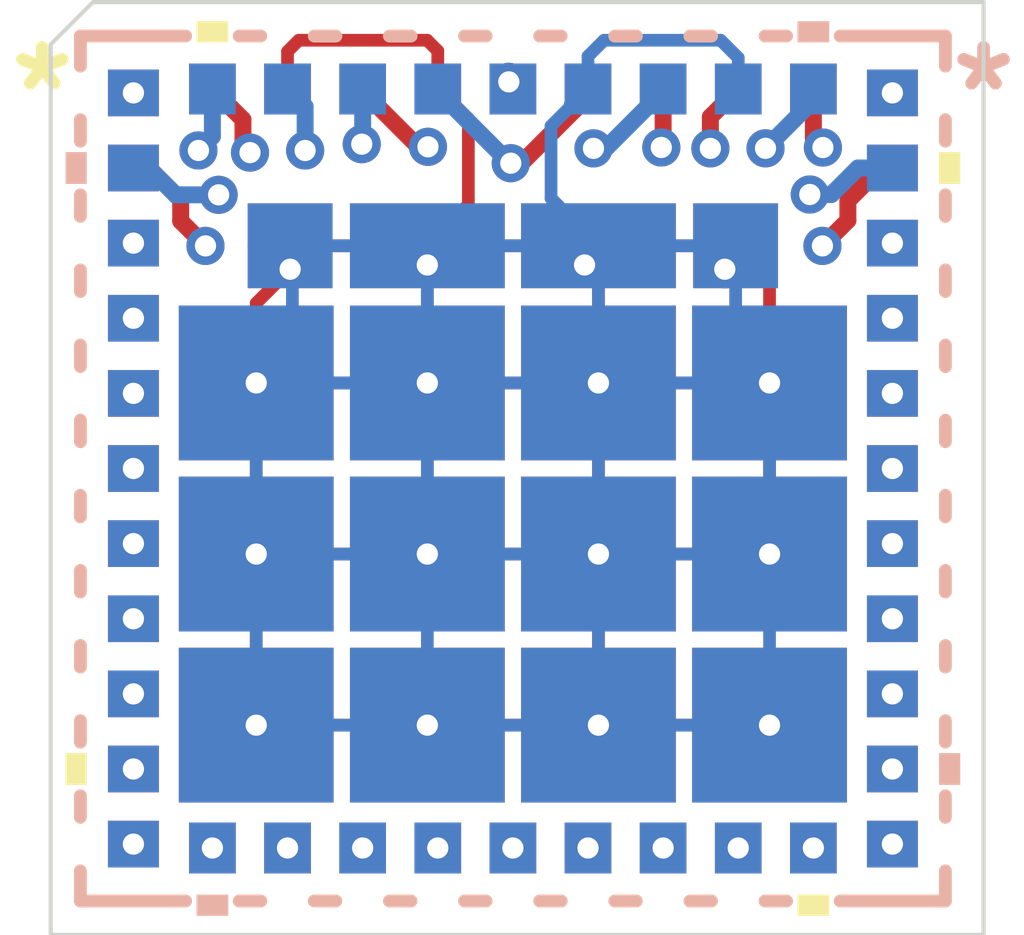
<source format=kicad_pcb>
(kicad_pcb (version 20240108) (generator "pcbnew") (generator_version "8.0")
  (layers (0 "F.Cu" signal) (1 "In1.Cu" signal) (2 "In2.Cu" signal) (31 "B.Cu" signal) (34 "B.Paste" user) (35 "F.Paste" user) (36 "B.SilkS" user "B.Silkscreen") (37 "F.SilkS" user "F.Silkscreen") (38 "B.Mask" user) (39 "F.Mask" user) (44 "Edge.Cuts" user))
  (property "ADDRESS1" "22605 Gateway Center Drive")
  (property "ADDRESS2" "Clarksburg")
  (property "ADDRESS3" "MD")
  (property "ADDRESS4" "USA 20871")
  (property "DOCUMENTNUMBER" "")
  (property "ORGANIZATION" "Thales DSI")
  (property "SHEETTOTAL" "5")
  (net 0 "")
  (net 1 "GND")
  (net 2 "Net-(U1-SCLK)")
  (net 3 "Net-(U1-SDO)")
  (net 4 "Net-(U1-VDD)")
  (net 5 "Net-(U1-~{CS})")
  (net 6 "Net-(U1-RF1)")
  (net 7 "Net-(U1-SDI)")
  (net 8 "Net-(U1-RF2)")
  (net 9 "Net-(U1-SFL)")
  (net 10 "Net-(U1-VSS)")
  (net 11 "Net-(U1-BYP)")
  (net 12 "Net-(U1-~{RST})")
  (footprint "t_BGA:CC-40-12_ADI_X" (layer "F.Cu") (at 103.7082 43.942)
    (property "Reference" "U2" (hide yes))
    (property "Value" "368388-502")
    (fp_line (start -5.1816 -5.1816) (end -5.1816 -4.820434) (stroke (width 0.1524)) (layer "F.SilkS"))
    (fp_line (start -5.1816 -4.179564) (end -5.1816 -3.920435) (stroke (width 0.1524)) (layer "F.SilkS"))
    (fp_line (start -5.1816 -3.279565) (end -5.1816 -3.020435) (stroke (width 0.1524)) (layer "F.SilkS"))
    (fp_line (start -5.1816 -2.379565) (end -5.1816 -2.120434) (stroke (width 0.1524)) (layer "F.SilkS"))
    (fp_line (start -5.1816 -1.479564) (end -5.1816 -1.220436) (stroke (width 0.1524)) (layer "F.SilkS"))
    (fp_line (start -5.1816 -0.579566) (end -5.1816 -0.320435) (stroke (width 0.1524)) (layer "F.SilkS"))
    (fp_line (start -5.1816 0.320435) (end -5.1816 0.579566) (stroke (width 0.1524)) (layer "F.SilkS"))
    (fp_line (start -5.1816 1.220436) (end -5.1816 1.479564) (stroke (width 0.1524)) (layer "F.SilkS"))
    (fp_line (start -5.1816 2.120434) (end -5.1816 2.379565) (stroke (width 0.1524)) (layer "F.SilkS"))
    (fp_line (start -5.1816 3.020435) (end -5.1816 3.279565) (stroke (width 0.1524)) (layer "F.SilkS"))
    (fp_line (start -5.1816 3.920435) (end -5.1816 4.179566) (stroke (width 0.1524)) (layer "F.SilkS"))
    (fp_line (start -5.1816 4.820436) (end -5.1816 5.1816) (stroke (width 0.1524)) (layer "F.SilkS"))
    (fp_line (start -5.1816 5.1816) (end -3.920435 5.1816) (stroke (width 0.1524)) (layer "F.SilkS"))
    (fp_line (start -3.920435 -5.1816) (end -5.1816 -5.1816) (stroke (width 0.1524)) (layer "F.SilkS"))
    (fp_line (start -3.279565 5.1816) (end -3.020435 5.1816) (stroke (width 0.1524)) (layer "F.SilkS"))
    (fp_line (start -3.020435 -5.1816) (end -3.279565 -5.1816) (stroke (width 0.1524)) (layer "F.SilkS"))
    (fp_line (start -2.379565 5.1816) (end -2.120434 5.1816) (stroke (width 0.1524)) (layer "F.SilkS"))
    (fp_line (start -2.120434 -5.1816) (end -2.379565 -5.1816) (stroke (width 0.1524)) (layer "F.SilkS"))
    (fp_line (start -1.479564 5.1816) (end -1.220436 5.1816) (stroke (width 0.1524)) (layer "F.SilkS"))
    (fp_line (start -1.220436 -5.1816) (end -1.479564 -5.1816) (stroke (width 0.1524)) (layer "F.SilkS"))
    (fp_line (start -0.579566 5.1816) (end -0.320435 5.1816) (stroke (width 0.1524)) (layer "F.SilkS"))
    (fp_line (start -0.320435 -5.1816) (end -0.579566 -5.1816) (stroke (width 0.1524)) (layer "F.SilkS"))
    (fp_line (start 0.320435 5.1816) (end 0.579566 5.1816) (stroke (width 0.1524)) (layer "F.SilkS"))
    (fp_line (start 0.579566 -5.1816) (end 0.320435 -5.1816) (stroke (width 0.1524)) (layer "F.SilkS"))
    (fp_line (start 1.220436 5.1816) (end 1.479564 5.1816) (stroke (width 0.1524)) (layer "F.SilkS"))
    (fp_line (start 1.479564 -5.1816) (end 1.220436 -5.1816) (stroke (width 0.1524)) (layer "F.SilkS"))
    (fp_line (start 2.120434 5.1816) (end 2.379565 5.1816) (stroke (width 0.1524)) (layer "F.SilkS"))
    (fp_line (start 2.379565 -5.1816) (end 2.120434 -5.1816) (stroke (width 0.1524)) (layer "F.SilkS"))
    (fp_line (start 3.020435 5.1816) (end 3.279565 5.1816) (stroke (width 0.1524)) (layer "F.SilkS"))
    (fp_line (start 3.279565 -5.1816) (end 3.020435 -5.1816) (stroke (width 0.1524)) (layer "F.SilkS"))
    (fp_line (start 3.920435 5.1816) (end 5.1816 5.1816) (stroke (width 0.1524)) (layer "F.SilkS"))
    (fp_line (start 5.1816 -5.1816) (end 3.920435 -5.1816) (stroke (width 0.1524)) (layer "F.SilkS"))
    (fp_line (start 5.1816 -4.820436) (end 5.1816 -5.1816) (stroke (width 0.1524)) (layer "F.SilkS"))
    (fp_line (start 5.1816 -3.920435) (end 5.1816 -4.179566) (stroke (width 0.1524)) (layer "F.SilkS"))
    (fp_line (start 5.1816 -3.020435) (end 5.1816 -3.279565) (stroke (width 0.1524)) (layer "F.SilkS"))
    (fp_line (start 5.1816 -2.120437) (end 5.1816 -2.379565) (stroke (width 0.1524)) (layer "F.SilkS"))
    (fp_line (start 5.1816 -1.220436) (end 5.1816 -1.479566) (stroke (width 0.1524)) (layer "F.SilkS"))
    (fp_line (start 5.1816 -0.320435) (end 5.1816 -0.579566) (stroke (width 0.1524)) (layer "F.SilkS"))
    (fp_line (start 5.1816 0.579566) (end 5.1816 0.320435) (stroke (width 0.1524)) (layer "F.SilkS"))
    (fp_line (start 5.1816 1.479564) (end 5.1816 1.220436) (stroke (width 0.1524)) (layer "F.SilkS"))
    (fp_line (start 5.1816 2.379565) (end 5.1816 2.120434) (stroke (width 0.1524)) (layer "F.SilkS"))
    (fp_line (start 5.1816 3.279565) (end 5.1816 3.020435) (stroke (width 0.1524)) (layer "F.SilkS"))
    (fp_line (start 5.1816 4.179564) (end 5.1816 3.920435) (stroke (width 0.1524)) (layer "F.SilkS"))
    (fp_line (start 5.1816 5.1816) (end 5.1816 4.820434) (stroke (width 0.1524)) (layer "F.SilkS"))
    (fp_poly (pts (xy -5.3594 3.4095) (xy -5.3594 3.7905) (xy -5.1054 3.7905) (xy -5.1054 3.4095)) (fill solid) (layer "F.SilkS"))
    (fp_poly (pts (xy -3.7905 -5.1054) (xy -3.7905 -5.3594) (xy -3.4095 -5.3594) (xy -3.4095 -5.1054)) (fill solid) (layer "F.SilkS"))
    (fp_poly (pts (xy 3.4095 5.1054) (xy 3.4095 5.3594) (xy 3.7905 5.3594) (xy 3.7905 5.1054)) (fill solid) (layer "F.SilkS"))
    (fp_poly (pts (xy 5.3594 -3.7905) (xy 5.3594 -3.4095) (xy 5.1054 -3.4095) (xy 5.1054 -3.7905)) (fill solid) (layer "F.SilkS"))
    (fp_text user "*" (at -5.6388 -4.5 0) (layer "F.SilkS"))
    (fp_text user "*" (at -5.6388 -4.5 0) (layer "F.SilkS"))
    (pad "1" smd rect (at -4.5466 -4.499999 90) (size 0.5588 0.6096) (layers "F.Cu" "F.Paste" "F.Mask") (net 1 "GND"))
    (pad "2" smd rect (at -4.5466 -3.6 90) (size 0.5588 0.6096) (layers "F.Cu" "F.Paste" "F.Mask") (net 10 "Net-(U1-VSS)"))
    (pad "3" smd rect (at -4.5466 -2.7 90) (size 0.5588 0.6096) (layers "F.Cu" "F.Paste" "F.Mask") (net 1 "GND"))
    (pad "4" smd rect (at -4.5466 -1.799999 90) (size 0.5588 0.6096) (layers "F.Cu" "F.Paste" "F.Mask") (net 8 "Net-(U1-RF2)"))
    (pad "5" smd rect (at -4.5466 -0.900001 90) (size 0.5588 0.6096) (layers "F.Cu" "F.Paste" "F.Mask") (net 1 "GND"))
    (pad "6" smd rect (at -4.5466 0 90) (size 0.5588 0.6096) (layers "F.Cu" "F.Paste" "F.Mask") (net 1 "GND"))
    (pad "7" smd rect (at -4.5466 0.900001 90) (size 0.5588 0.6096) (layers "F.Cu" "F.Paste" "F.Mask") (net 1 "GND"))
    (pad "8" smd rect (at -4.5466 1.799999 90) (size 0.5588 0.6096) (layers "F.Cu" "F.Paste" "F.Mask") (net 1 "GND"))
    (pad "9" smd rect (at -4.5466 2.7 90) (size 0.5588 0.6096) (layers "F.Cu" "F.Paste" "F.Mask") (net 1 "GND"))
    (pad "10" smd rect (at -4.5466 3.6 90) (size 0.5588 0.6096) (layers "F.Cu" "F.Paste" "F.Mask") (net 1 "GND"))
    (pad "11" smd rect (at -4.5466 4.500001 90) (size 0.5588 0.6096) (layers "F.Cu" "F.Paste" "F.Mask") (net 1 "GND"))
    (pad "12" smd rect (at -3.6 4.5466) (size 0.5588 0.6096) (layers "F.Cu" "F.Paste" "F.Mask") (net 1 "GND"))
    (pad "13" smd rect (at -2.7 4.5466) (size 0.5588 0.6096) (layers "F.Cu" "F.Paste" "F.Mask") (net 1 "GND"))
    (pad "14" smd rect (at -1.799999 4.5466) (size 0.5588 0.6096) (layers "F.Cu" "F.Paste" "F.Mask") (net 1 "GND"))
    (pad "15" smd rect (at -0.900001 4.5466) (size 0.5588 0.6096) (layers "F.Cu" "F.Paste" "F.Mask") (net 1 "GND"))
    (pad "16" smd rect (at 0 4.5466) (size 0.5588 0.6096) (layers "F.Cu" "F.Paste" "F.Mask") (net 1 "GND"))
    (pad "17" smd rect (at 0.900001 4.5466) (size 0.5588 0.6096) (layers "F.Cu" "F.Paste" "F.Mask") (net 1 "GND"))
    (pad "18" smd rect (at 1.799999 4.5466) (size 0.5588 0.6096) (layers "F.Cu" "F.Paste" "F.Mask") (net 1 "GND"))
    (pad "19" smd rect (at 2.7 4.5466) (size 0.5588 0.6096) (layers "F.Cu" "F.Paste" "F.Mask") (net 1 "GND"))
    (pad "20" smd rect (at 3.6 4.5466) (size 0.5588 0.6096) (layers "F.Cu" "F.Paste" "F.Mask") (net 1 "GND"))
    (pad "21" smd rect (at 4.5466 4.499999 90) (size 0.5588 0.6096) (layers "F.Cu" "F.Paste" "F.Mask") (net 1 "GND"))
    (pad "22" smd rect (at 4.5466 3.6 90) (size 0.5588 0.6096) (layers "F.Cu" "F.Paste" "F.Mask") (net 1 "GND"))
    (pad "23" smd rect (at 4.5466 2.7 90) (size 0.5588 0.6096) (layers "F.Cu" "F.Paste" "F.Mask") (net 1 "GND"))
    (pad "24" smd rect (at 4.5466 1.799999 90) (size 0.5588 0.6096) (layers "F.Cu" "F.Paste" "F.Mask") (net 1 "GND"))
    (pad "25" smd rect (at 4.5466 0.900001 90) (size 0.5588 0.6096) (layers "F.Cu" "F.Paste" "F.Mask") (net 1 "GND"))
    (pad "26" smd rect (at 4.5466 0 90) (size 0.5588 0.6096) (layers "F.Cu" "F.Paste" "F.Mask") (net 1 "GND"))
    (pad "27" smd rect (at 4.5466 -0.900001 90) (size 0.5588 0.6096) (layers "F.Cu" "F.Paste" "F.Mask") (net 1 "GND"))
    (pad "28" smd rect (at 4.5466 -1.800001 90) (size 0.5588 0.6096) (layers "F.Cu" "F.Paste" "F.Mask") (net 6 "Net-(U1-RF1)"))
    (pad "29" smd rect (at 4.5466 -2.7 90) (size 0.5588 0.6096) (layers "F.Cu" "F.Paste" "F.Mask") (net 1 "GND"))
    (pad "30" smd rect (at 4.5466 -3.6 90) (size 0.5588 0.6096) (layers "F.Cu" "F.Paste" "F.Mask") (net 4 "Net-(U1-VDD)"))
    (pad "31" smd rect (at 4.5466 -4.500001 90) (size 0.5588 0.6096) (layers "F.Cu" "F.Paste" "F.Mask") (net 1 "GND"))
    (pad "32" smd rect (at 3.6 -4.5466) (size 0.5588 0.6096) (layers "F.Cu" "F.Paste" "F.Mask") (net 11 "Net-(U1-BYP)"))
    (pad "33" smd rect (at 2.7 -4.5466) (size 0.5588 0.6096) (layers "F.Cu" "F.Paste" "F.Mask") (net 9 "Net-(U1-SFL)"))
    (pad "34" smd rect (at 1.799999 -4.5466) (size 0.5588 0.6096) (layers "F.Cu" "F.Paste" "F.Mask") (net 2 "Net-(U1-SCLK)"))
    (pad "35" smd rect (at 0.900001 -4.5466) (size 0.5588 0.6096) (layers "F.Cu" "F.Paste" "F.Mask") (net 3 "Net-(U1-SDO)"))
    (pad "36" smd rect (at 0 -4.5466) (size 0.5588 0.6096) (layers "F.Cu" "F.Paste" "F.Mask") (net 7 "Net-(U1-SDI)"))
    (pad "37" smd rect (at -0.900001 -4.5466) (size 0.5588 0.6096) (layers "F.Cu" "F.Paste" "F.Mask") (net 1 "GND"))
    (pad "38" smd rect (at -1.799999 -4.5466) (size 0.5588 0.6096) (layers "F.Cu" "F.Paste" "F.Mask") (net 5 "Net-(U1-~{CS})"))
    (pad "39" smd rect (at -2.7 -4.5466) (size 0.5588 0.6096) (layers "F.Cu" "F.Paste" "F.Mask") (net 1 "GND"))
    (pad "40" smd rect (at -3.6 -4.5466) (size 0.5588 0.6096) (layers "F.Cu" "F.Paste" "F.Mask") (net 12 "Net-(U1-~{RST})"))
    (pad "EP" smd rect (at -3.075 -1.025) (size 1.8542 1.8542) (layers "F.Cu" "F.Paste" "F.Mask") (net 1 "GND"))
    (pad "EP" smd rect (at -3.075 1.025) (size 1.8542 1.8542) (layers "F.Cu" "F.Paste" "F.Mask") (net 1 "GND"))
    (pad "EP" smd rect (at -3.075 3.075) (size 1.8542 1.8542) (layers "F.Cu" "F.Paste" "F.Mask") (net 1 "GND"))
    (pad "EP" smd rect (at -2.6686 -2.6686) (size 1.016 1.016) (layers "F.Cu" "F.Paste" "F.Mask") (net 1 "GND"))
    (pad "EP" smd rect (at -1.02511 -2.6686) (size 1.8542 1.016) (layers "F.Cu" "F.Paste" "F.Mask") (net 1 "GND"))
    (pad "EP" smd rect (at -1.025 -1.025) (size 1.8542 1.8542) (layers "F.Cu" "F.Paste" "F.Mask") (net 1 "GND"))
    (pad "EP" smd rect (at -1.025 1.025) (size 1.8542 1.8542) (layers "F.Cu" "F.Paste" "F.Mask") (net 1 "GND"))
    (pad "EP" smd rect (at -1.025 3.075) (size 1.8542 1.8542) (layers "F.Cu" "F.Paste" "F.Mask") (net 1 "GND"))
    (pad "EP" smd rect (at 1.02489 -2.6686) (size 1.8542 1.016) (layers "F.Cu" "F.Paste" "F.Mask") (net 1 "GND"))
    (pad "EP" smd rect (at 1.02489 -1.025) (size 1.8542 1.8542) (layers "F.Cu" "F.Paste" "F.Mask") (net 1 "GND"))
    (pad "EP" smd rect (at 1.02489 1.025) (size 1.8542 1.8542) (layers "F.Cu" "F.Paste" "F.Mask") (net 1 "GND"))
    (pad "EP" smd rect (at 1.02489 3.075) (size 1.8542 1.8542) (layers "F.Cu" "F.Paste" "F.Mask") (net 1 "GND"))
    (pad "EP" smd rect (at 2.66849 -2.6686) (size 1.016 1.016) (layers "F.Cu" "F.Paste" "F.Mask") (net 1 "GND"))
    (pad "EP" smd rect (at 3.07489 -1.025) (size 1.8542 1.8542) (layers "F.Cu" "F.Paste" "F.Mask") (net 1 "GND"))
    (pad "EP" smd rect (at 3.07489 1.025) (size 1.8542 1.8542) (layers "F.Cu" "F.Paste" "F.Mask") (net 1 "GND"))
    (pad "EP" smd rect (at 3.07489 3.075) (size 1.8542 1.8542) (layers "F.Cu" "F.Paste" "F.Mask") (net 1 "GND"))
  )
  (footprint "t_BGA:CC-40-12_ADI_X" (layer "B.Cu") (at 103.7082 43.942 180)
    (property "Reference" "U1" (hide yes))
    (property "Value" "368388-502")
    (fp_line (start 5.1816 5.1816) (end 5.1816 4.820436) (stroke (width 0.1524)) (layer "B.SilkS"))
    (fp_line (start 5.1816 4.179566) (end 5.1816 3.920435) (stroke (width 0.1524)) (layer "B.SilkS"))
    (fp_line (start 5.1816 3.279565) (end 5.1816 3.020435) (stroke (width 0.1524)) (layer "B.SilkS"))
    (fp_line (start 5.1816 2.379565) (end 5.1816 2.120437) (stroke (width 0.1524)) (layer "B.SilkS"))
    (fp_line (start 5.1816 1.479566) (end 5.1816 1.220436) (stroke (width 0.1524)) (layer "B.SilkS"))
    (fp_line (start 5.1816 0.579566) (end 5.1816 0.320435) (stroke (width 0.1524)) (layer "B.SilkS"))
    (fp_line (start 5.1816 -0.320435) (end 5.1816 -0.579566) (stroke (width 0.1524)) (layer "B.SilkS"))
    (fp_line (start 5.1816 -1.220436) (end 5.1816 -1.479564) (stroke (width 0.1524)) (layer "B.SilkS"))
    (fp_line (start 5.1816 -2.120434) (end 5.1816 -2.379565) (stroke (width 0.1524)) (layer "B.SilkS"))
    (fp_line (start 5.1816 -3.020435) (end 5.1816 -3.279565) (stroke (width 0.1524)) (layer "B.SilkS"))
    (fp_line (start 5.1816 -3.920435) (end 5.1816 -4.179564) (stroke (width 0.1524)) (layer "B.SilkS"))
    (fp_line (start 5.1816 -4.820434) (end 5.1816 -5.1816) (stroke (width 0.1524)) (layer "B.SilkS"))
    (fp_line (start 5.1816 -5.1816) (end 3.920435 -5.1816) (stroke (width 0.1524)) (layer "B.SilkS"))
    (fp_line (start 3.920435 5.1816) (end 5.1816 5.1816) (stroke (width 0.1524)) (layer "B.SilkS"))
    (fp_line (start 3.279565 -5.1816) (end 3.020435 -5.1816) (stroke (width 0.1524)) (layer "B.SilkS"))
    (fp_line (start 3.020435 5.1816) (end 3.279565 5.1816) (stroke (width 0.1524)) (layer "B.SilkS"))
    (fp_line (start 2.379565 -5.1816) (end 2.120434 -5.1816) (stroke (width 0.1524)) (layer "B.SilkS"))
    (fp_line (start 2.120434 5.1816) (end 2.379565 5.1816) (stroke (width 0.1524)) (layer "B.SilkS"))
    (fp_line (start 1.479564 -5.1816) (end 1.220436 -5.1816) (stroke (width 0.1524)) (layer "B.SilkS"))
    (fp_line (start 1.220436 5.1816) (end 1.479564 5.1816) (stroke (width 0.1524)) (layer "B.SilkS"))
    (fp_line (start 0.579566 -5.1816) (end 0.320435 -5.1816) (stroke (width 0.1524)) (layer "B.SilkS"))
    (fp_line (start 0.320435 5.1816) (end 0.579566 5.1816) (stroke (width 0.1524)) (layer "B.SilkS"))
    (fp_line (start -0.320435 -5.1816) (end -0.579566 -5.1816) (stroke (width 0.1524)) (layer "B.SilkS"))
    (fp_line (start -0.579566 5.1816) (end -0.320435 5.1816) (stroke (width 0.1524)) (layer "B.SilkS"))
    (fp_line (start -1.220436 -5.1816) (end -1.479564 -5.1816) (stroke (width 0.1524)) (layer "B.SilkS"))
    (fp_line (start -1.479564 5.1816) (end -1.220436 5.1816) (stroke (width 0.1524)) (layer "B.SilkS"))
    (fp_line (start -2.120434 -5.1816) (end -2.379565 -5.1816) (stroke (width 0.1524)) (layer "B.SilkS"))
    (fp_line (start -2.379565 5.1816) (end -2.120434 5.1816) (stroke (width 0.1524)) (layer "B.SilkS"))
    (fp_line (start -3.020435 -5.1816) (end -3.279565 -5.1816) (stroke (width 0.1524)) (layer "B.SilkS"))
    (fp_line (start -3.279565 5.1816) (end -3.020435 5.1816) (stroke (width 0.1524)) (layer "B.SilkS"))
    (fp_line (start -3.920435 -5.1816) (end -5.1816 -5.1816) (stroke (width 0.1524)) (layer "B.SilkS"))
    (fp_line (start -5.1816 5.1816) (end -3.920435 5.1816) (stroke (width 0.1524)) (layer "B.SilkS"))
    (fp_line (start -5.1816 4.820434) (end -5.1816 5.1816) (stroke (width 0.1524)) (layer "B.SilkS"))
    (fp_line (start -5.1816 3.920435) (end -5.1816 4.179564) (stroke (width 0.1524)) (layer "B.SilkS"))
    (fp_line (start -5.1816 3.020435) (end -5.1816 3.279565) (stroke (width 0.1524)) (layer "B.SilkS"))
    (fp_line (start -5.1816 2.120434) (end -5.1816 2.379565) (stroke (width 0.1524)) (layer "B.SilkS"))
    (fp_line (start -5.1816 1.220436) (end -5.1816 1.479564) (stroke (width 0.1524)) (layer "B.SilkS"))
    (fp_line (start -5.1816 0.320435) (end -5.1816 0.579566) (stroke (width 0.1524)) (layer "B.SilkS"))
    (fp_line (start -5.1816 -0.579566) (end -5.1816 -0.320435) (stroke (width 0.1524)) (layer "B.SilkS"))
    (fp_line (start -5.1816 -1.479564) (end -5.1816 -1.220436) (stroke (width 0.1524)) (layer "B.SilkS"))
    (fp_line (start -5.1816 -2.379565) (end -5.1816 -2.120434) (stroke (width 0.1524)) (layer "B.SilkS"))
    (fp_line (start -5.1816 -3.279565) (end -5.1816 -3.020435) (stroke (width 0.1524)) (layer "B.SilkS"))
    (fp_line (start -5.1816 -4.179566) (end -5.1816 -3.920435) (stroke (width 0.1524)) (layer "B.SilkS"))
    (fp_line (start -5.1816 -5.1816) (end -5.1816 -4.820436) (stroke (width 0.1524)) (layer "B.SilkS"))
    (fp_poly (pts (xy 5.3594 3.7905) (xy 5.3594 3.4095) (xy 5.1054 3.4095) (xy 5.1054 3.7905)) (fill solid) (layer "B.SilkS"))
    (fp_poly (pts (xy 3.4095 -5.1054) (xy 3.4095 -5.3594) (xy 3.7905 -5.3594) (xy 3.7905 -5.1054)) (fill solid) (layer "B.SilkS"))
    (fp_poly (pts (xy -3.7905 5.1054) (xy -3.7905 5.3594) (xy -3.4095 5.3594) (xy -3.4095 5.1054)) (fill solid) (layer "B.SilkS"))
    (fp_poly (pts (xy -5.3594 -3.4095) (xy -5.3594 -3.7905) (xy -5.1054 -3.7905) (xy -5.1054 -3.4095)) (fill solid) (layer "B.SilkS"))
    (fp_text user "*" (at -5.6388 4.5 0) (layer "B.SilkS") (effects (justify mirror)))
    (fp_text user "*" (at -5.6388 4.5 0) (layer "B.SilkS") (effects (justify mirror)))
    (pad "1" smd rect (at -4.5466 4.499999 90) (size 0.5588 0.6096) (layers "B.Cu" "B.Paste" "B.Mask") (net 1 "GND"))
    (pad "2" smd rect (at -4.5466 3.6 90) (size 0.5588 0.6096) (layers "B.Cu" "B.Paste" "B.Mask") (net 10 "Net-(U1-VSS)"))
    (pad "3" smd rect (at -4.5466 2.7 90) (size 0.5588 0.6096) (layers "B.Cu" "B.Paste" "B.Mask") (net 1 "GND"))
    (pad "4" smd rect (at -4.5466 1.799999 90) (size 0.5588 0.6096) (layers "B.Cu" "B.Paste" "B.Mask") (net 6 "Net-(U1-RF1)"))
    (pad "5" smd rect (at -4.5466 0.900001 90) (size 0.5588 0.6096) (layers "B.Cu" "B.Paste" "B.Mask") (net 1 "GND"))
    (pad "6" smd rect (at -4.5466 0 90) (size 0.5588 0.6096) (layers "B.Cu" "B.Paste" "B.Mask") (net 1 "GND"))
    (pad "7" smd rect (at -4.5466 -0.900001 90) (size 0.5588 0.6096) (layers "B.Cu" "B.Paste" "B.Mask") (net 1 "GND"))
    (pad "8" smd rect (at -4.5466 -1.799999 90) (size 0.5588 0.6096) (layers "B.Cu" "B.Paste" "B.Mask") (net 1 "GND"))
    (pad "9" smd rect (at -4.5466 -2.7 90) (size 0.5588 0.6096) (layers "B.Cu" "B.Paste" "B.Mask") (net 1 "GND"))
    (pad "10" smd rect (at -4.5466 -3.6 90) (size 0.5588 0.6096) (layers "B.Cu" "B.Paste" "B.Mask") (net 1 "GND"))
    (pad "11" smd rect (at -4.5466 -4.500001 90) (size 0.5588 0.6096) (layers "B.Cu" "B.Paste" "B.Mask") (net 1 "GND"))
    (pad "12" smd rect (at -3.6 -4.5466 180) (size 0.5588 0.6096) (layers "B.Cu" "B.Paste" "B.Mask") (net 1 "GND"))
    (pad "13" smd rect (at -2.7 -4.5466 180) (size 0.5588 0.6096) (layers "B.Cu" "B.Paste" "B.Mask") (net 1 "GND"))
    (pad "14" smd rect (at -1.799999 -4.5466 180) (size 0.5588 0.6096) (layers "B.Cu" "B.Paste" "B.Mask") (net 1 "GND"))
    (pad "15" smd rect (at -0.900001 -4.5466 180) (size 0.5588 0.6096) (layers "B.Cu" "B.Paste" "B.Mask") (net 1 "GND"))
    (pad "16" smd rect (at 0 -4.5466 180) (size 0.5588 0.6096) (layers "B.Cu" "B.Paste" "B.Mask") (net 1 "GND"))
    (pad "17" smd rect (at 0.900001 -4.5466 180) (size 0.5588 0.6096) (layers "B.Cu" "B.Paste" "B.Mask") (net 1 "GND"))
    (pad "18" smd rect (at 1.799999 -4.5466 180) (size 0.5588 0.6096) (layers "B.Cu" "B.Paste" "B.Mask") (net 1 "GND"))
    (pad "19" smd rect (at 2.7 -4.5466 180) (size 0.5588 0.6096) (layers "B.Cu" "B.Paste" "B.Mask") (net 1 "GND"))
    (pad "20" smd rect (at 3.6 -4.5466 180) (size 0.5588 0.6096) (layers "B.Cu" "B.Paste" "B.Mask") (net 1 "GND"))
    (pad "21" smd rect (at 4.5466 -4.499999 90) (size 0.5588 0.6096) (layers "B.Cu" "B.Paste" "B.Mask") (net 1 "GND"))
    (pad "22" smd rect (at 4.5466 -3.6 90) (size 0.5588 0.6096) (layers "B.Cu" "B.Paste" "B.Mask") (net 1 "GND"))
    (pad "23" smd rect (at 4.5466 -2.7 90) (size 0.5588 0.6096) (layers "B.Cu" "B.Paste" "B.Mask") (net 1 "GND"))
    (pad "24" smd rect (at 4.5466 -1.799999 90) (size 0.5588 0.6096) (layers "B.Cu" "B.Paste" "B.Mask") (net 1 "GND"))
    (pad "25" smd rect (at 4.5466 -0.900001 90) (size 0.5588 0.6096) (layers "B.Cu" "B.Paste" "B.Mask") (net 1 "GND"))
    (pad "26" smd rect (at 4.5466 0 90) (size 0.5588 0.6096) (layers "B.Cu" "B.Paste" "B.Mask") (net 1 "GND"))
    (pad "27" smd rect (at 4.5466 0.900001 90) (size 0.5588 0.6096) (layers "B.Cu" "B.Paste" "B.Mask") (net 1 "GND"))
    (pad "28" smd rect (at 4.5466 1.800001 90) (size 0.5588 0.6096) (layers "B.Cu" "B.Paste" "B.Mask") (net 8 "Net-(U1-RF2)"))
    (pad "29" smd rect (at 4.5466 2.7 90) (size 0.5588 0.6096) (layers "B.Cu" "B.Paste" "B.Mask") (net 1 "GND"))
    (pad "30" smd rect (at 4.5466 3.6 90) (size 0.5588 0.6096) (layers "B.Cu" "B.Paste" "B.Mask") (net 4 "Net-(U1-VDD)"))
    (pad "31" smd rect (at 4.5466 4.500001 90) (size 0.5588 0.6096) (layers "B.Cu" "B.Paste" "B.Mask") (net 1 "GND"))
    (pad "32" smd rect (at 3.6 4.5466 180) (size 0.5588 0.6096) (layers "B.Cu" "B.Paste" "B.Mask") (net 11 "Net-(U1-BYP)"))
    (pad "33" smd rect (at 2.7 4.5466 180) (size 0.5588 0.6096) (layers "B.Cu" "B.Paste" "B.Mask") (net 9 "Net-(U1-SFL)"))
    (pad "34" smd rect (at 1.799999 4.5466 180) (size 0.5588 0.6096) (layers "B.Cu" "B.Paste" "B.Mask") (net 2 "Net-(U1-SCLK)"))
    (pad "35" smd rect (at 0.900001 4.5466 180) (size 0.5588 0.6096) (layers "B.Cu" "B.Paste" "B.Mask") (net 3 "Net-(U1-SDO)"))
    (pad "36" smd rect (at 0 4.5466 180) (size 0.5588 0.6096) (layers "B.Cu" "B.Paste" "B.Mask") (net 7 "Net-(U1-SDI)"))
    (pad "37" smd rect (at -0.900001 4.5466 180) (size 0.5588 0.6096) (layers "B.Cu" "B.Paste" "B.Mask") (net 1 "GND"))
    (pad "38" smd rect (at -1.799999 4.5466 180) (size 0.5588 0.6096) (layers "B.Cu" "B.Paste" "B.Mask") (net 5 "Net-(U1-~{CS})"))
    (pad "39" smd rect (at -2.7 4.5466 180) (size 0.5588 0.6096) (layers "B.Cu" "B.Paste" "B.Mask") (net 1 "GND"))
    (pad "40" smd rect (at -3.6 4.5466 180) (size 0.5588 0.6096) (layers "B.Cu" "B.Paste" "B.Mask") (net 12 "Net-(U1-~{RST})"))
    (pad "EP" smd rect (at -3.075 -3.075 180) (size 1.8542 1.8542) (layers "B.Cu" "B.Paste" "B.Mask") (net 1 "GND"))
    (pad "EP" smd rect (at -3.075 -1.025 180) (size 1.8542 1.8542) (layers "B.Cu" "B.Paste" "B.Mask") (net 1 "GND"))
    (pad "EP" smd rect (at -3.075 1.025 180) (size 1.8542 1.8542) (layers "B.Cu" "B.Paste" "B.Mask") (net 1 "GND"))
    (pad "EP" smd rect (at -2.6686 2.6686 180) (size 1.016 1.016) (layers "B.Cu" "B.Paste" "B.Mask") (net 1 "GND"))
    (pad "EP" smd rect (at -1.02511 2.6686 180) (size 1.8542 1.016) (layers "B.Cu" "B.Paste" "B.Mask") (net 1 "GND"))
    (pad "EP" smd rect (at -1.025 -3.075 180) (size 1.8542 1.8542) (layers "B.Cu" "B.Paste" "B.Mask") (net 1 "GND"))
    (pad "EP" smd rect (at -1.025 -1.025 180) (size 1.8542 1.8542) (layers "B.Cu" "B.Paste" "B.Mask") (net 1 "GND"))
    (pad "EP" smd rect (at -1.025 1.025 180) (size 1.8542 1.8542) (layers "B.Cu" "B.Paste" "B.Mask") (net 1 "GND"))
    (pad "EP" smd rect (at 1.02489 -3.075 180) (size 1.8542 1.8542) (layers "B.Cu" "B.Paste" "B.Mask") (net 1 "GND"))
    (pad "EP" smd rect (at 1.02489 -1.025 180) (size 1.8542 1.8542) (layers "B.Cu" "B.Paste" "B.Mask") (net 1 "GND"))
    (pad "EP" smd rect (at 1.02489 1.025 180) (size 1.8542 1.8542) (layers "B.Cu" "B.Paste" "B.Mask") (net 1 "GND"))
    (pad "EP" smd rect (at 1.02489 2.6686 180) (size 1.8542 1.016) (layers "B.Cu" "B.Paste" "B.Mask") (net 1 "GND"))
    (pad "EP" smd rect (at 2.66849 2.6686 180) (size 1.016 1.016) (layers "B.Cu" "B.Paste" "B.Mask") (net 1 "GND"))
    (pad "EP" smd rect (at 3.07489 -3.075 180) (size 1.8542 1.8542) (layers "B.Cu" "B.Paste" "B.Mask") (net 1 "GND"))
    (pad "EP" smd rect (at 3.07489 -1.025 180) (size 1.8542 1.8542) (layers "B.Cu" "B.Paste" "B.Mask") (net 1 "GND"))
    (pad "EP" smd rect (at 3.07489 1.025 180) (size 1.8542 1.8542) (layers "B.Cu" "B.Paste" "B.Mask") (net 1 "GND"))
  )
  (gr_line (start 98.679 38.354) (end 98.171 38.862) (stroke (width 0.05)) (layer "Edge.Cuts"))
  (gr_line (start 98.171 38.862) (end 98.171 49.53) (stroke (width 0.05)) (layer "Edge.Cuts"))
  (gr_line (start 98.171 49.53) (end 109.347 49.53) (stroke (width 0.05)) (layer "Edge.Cuts"))
  (gr_line (start 109.347 49.53) (end 109.347 38.354) (stroke (width 0.05)) (layer "Edge.Cuts"))
  (gr_line (start 109.347 38.354) (end 98.679 38.354) (stroke (width 0.05)) (layer "Edge.Cuts"))
  (segment (start 104.73309 44.967) (end 104.73309 42.917) (width 0.1524) (layer "F.Cu") (net 1))
  (segment (start 100.6332 44.967) (end 102.6832 44.967) (width 0.1524) (layer "F.Cu") (net 1))
  (segment (start 100.6332 47.017) (end 100.6332 44.967) (width 0.1524) (layer "F.Cu") (net 1))
  (segment (start 106.37669 41.2734) (end 106.37669 41.424823) (width 0.2032) (layer "F.Cu") (net 1))
  (segment (start 102.4652 41.28571) (end 102.68309 41.5036) (width 0.2032) (layer "F.Cu") (net 1))
  (segment (start 100.6332 44.967) (end 100.6332 42.917) (width 0.1524) (layer "F.Cu") (net 1))
  (segment (start 106.7832 44.96689) (end 106.78309 44.967) (width 0.1524) (layer "F.Cu") (net 1))
  (segment (start 106.37669 41.424823) (end 106.247113 41.5544) (width 0.2032) (layer "F.Cu") (net 1))
  (segment (start 106.78309 47.017) (end 104.73309 47.017) (width 0.1524) (layer "F.Cu") (net 1))
  (segment (start 100.9142 40.9924) (end 100.6332 41.2734) (width 0.2032) (layer "F.Cu") (net 1))
  (segment (start 106.78309 41.6798) (end 106.37669 41.2734) (width 0.1524) (layer "F.Cu") (net 1))
  (segment (start 102.6832 42.917) (end 102.6832 44.967) (width 0.1524) (layer "F.Cu") (net 1))
  (segment (start 103.1748 40.78169) (end 102.68309 41.2734) (width 0.1524) (layer "F.Cu") (net 1))
  (segment (start 102.808199 39.3954) (end 102.8192 39.3954) (width 0.1524) (layer "F.Cu") (net 1))
  (segment (start 102.6832 42.917) (end 102.6832 41.50371) (width 0.1524) (layer "F.Cu") (net 1))
  (segment (start 103.1748 39.751) (end 103.1748 40.78169) (width 0.1524) (layer "F.Cu") (net 1))
  (segment (start 101.0082 40.8984) (end 100.6332 41.2734) (width 0.1524) (layer "F.Cu") (net 1))
  (segment (start 106.7832 42.917) (end 104.73309 42.917) (width 0.1524) (layer "F.Cu") (net 1))
  (segment (start 101.0396 41.2734) (end 102.68309 41.2734) (width 0.1524) (layer "F.Cu") (net 1))
  (segment (start 102.681199 38.8112) (end 101.1428 38.8112) (width 0.1524) (layer "F.Cu") (net 1))
  (segment (start 100.6332 41.9608) (end 101.0396 41.5544) (width 0.1524) (layer "F.Cu") (net 1))
  (segment (start 104.73309 41.2734) (end 106.37669 41.2734) (width 0.1524) (layer "F.Cu") (net 1))
  (segment (start 100.6332 42.917) (end 102.6832 42.917) (width 0.1524) (layer "F.Cu") (net 1))
  (segment (start 102.4652 41.2734) (end 102.4652 41.28571) (width 0.2032) (layer "F.Cu") (net 1))
  (segment (start 101.1428 38.8112) (end 101.0082 38.9458) (width 0.1524) (layer "F.Cu") (net 1))
  (segment (start 104.73309 47.017) (end 104.73309 44.967) (width 0.1524) (layer "F.Cu") (net 1))
  (segment (start 106.78309 44.967) (end 104.73309 44.967) (width 0.1524) (layer "F.Cu") (net 1))
  (segment (start 106.7832 42.917) (end 106.7832 44.96689) (width 0.1524) (layer "F.Cu") (net 1))
  (segment (start 102.808199 38.9382) (end 102.681199 38.8112) (width 0.1524) (layer "F.Cu") (net 1))
  (segment (start 102.6832 41.50371) (end 102.68309 41.5036) (width 0.1524) (layer "F.Cu") (net 1))
  (segment (start 106.78309 42.917) (end 106.78309 41.6798) (width 0.1524) (layer "F.Cu") (net 1))
  (segment (start 100.6332 42.917) (end 100.6332 41.9608) (width 0.1524) (layer "F.Cu") (net 1))
  (segment (start 100.6332 47.017) (end 102.6832 47.017) (width 0.1524) (layer "F.Cu") (net 1))
  (segment (start 102.68309 41.2734) (end 104.73309 41.2734) (width 0.1524) (layer "F.Cu") (net 1))
  (segment (start 102.6832 42.917) (end 104.73309 42.917) (width 0.1524) (layer "F.Cu") (net 1))
  (segment (start 102.808199 39.3954) (end 102.808199 38.9382) (width 0.1524) (layer "F.Cu") (net 1))
  (segment (start 101.0082 38.9458) (end 101.0082 39.3954) (width 0.1524) (layer "F.Cu") (net 1))
  (segment (start 104.73309 44.967) (end 102.6832 44.967) (width 0.1524) (layer "F.Cu") (net 1))
  (segment (start 102.6832 47.017) (end 104.73309 47.017) (width 0.1524) (layer "F.Cu") (net 1))
  (segment (start 102.8192 39.3954) (end 103.1748 39.751) (width 0.1524) (layer "F.Cu") (net 1))
  (segment (start 104.73309 42.917) (end 104.73309 41.2734) (width 0.1524) (layer "F.Cu") (net 1))
  (via (at 104.608201 48.4886) (size 0.4572) (drill 0.254) (layers "F.Cu" "B.Cu") (net 1))
  (via (at 99.1616 48.441999) (size 0.4572) (drill 0.254) (layers "F.Cu" "B.Cu") (net 1))
  (via (at 108.2548 45.741999) (size 0.4572) (drill 0.254) (layers "F.Cu" "B.Cu") (net 1))
  (via (at 104.73309 44.967) (size 0.4572) (drill 0.254) (layers "F.Cu" "B.Cu") (net 1))
  (via (at 108.2548 43.942) (size 0.4572) (drill 0.254) (layers "F.Cu" "B.Cu") (net 1))
  (via (at 108.2548 46.642) (size 0.4572) (drill 0.254) (layers "F.Cu" "B.Cu") (net 1))
  (via (at 100.1082 48.4886) (size 0.4572) (drill 0.254) (layers "F.Cu" "B.Cu") (net 1))
  (via (at 108.2548 47.542) (size 0.4572) (drill 0.254) (layers "F.Cu" "B.Cu") (net 1))
  (via (at 106.4082 48.4886) (size 0.4572) (drill 0.254) (layers "F.Cu" "B.Cu") (net 1))
  (via (at 108.2548 44.842001) (size 0.4572) (drill 0.254) (layers "F.Cu" "B.Cu") (net 1))
  (via (at 102.6832 44.967) (size 0.4572) (drill 0.254) (layers "F.Cu" "B.Cu") (net 1))
  (via (at 99.1616 43.942) (size 0.4572) (drill 0.254) (layers "F.Cu" "B.Cu") (net 1))
  (via (at 102.6832 47.017) (size 0.4572) (drill 0.254) (layers "F.Cu" "B.Cu") (net 1))
  (via (at 101.0396 41.5544) (size 0.4572) (drill 0.254) (layers "F.Cu" "B.Cu") (net 1))
  (via (at 99.1616 45.741999) (size 0.4572) (drill 0.254) (layers "F.Cu" "B.Cu") (net 1))
  (via (at 101.0082 48.4886) (size 0.4572) (drill 0.254) (layers "F.Cu" "B.Cu") (net 1))
  (via (at 105.508199 48.4886) (size 0.4572) (drill 0.254) (layers "F.Cu" "B.Cu") (net 1))
  (via (at 102.808199 48.4886) (size 0.4572) (drill 0.254) (layers "F.Cu" "B.Cu") (net 1))
  (via (at 100.6332 47.017) (size 0.4572) (drill 0.254) (layers "F.Cu" "B.Cu") (net 1))
  (via (at 100.6332 42.917) (size 0.4572) (drill 0.254) (layers "F.Cu" "B.Cu") (net 1))
  (via (at 99.1616 39.442001) (size 0.4572) (drill 0.254) (layers "F.Cu" "B.Cu") (net 1))
  (via (at 106.247113 41.5544) (size 0.4572) (drill 0.254) (layers "F.Cu" "B.Cu") (net 1))
  (via (at 99.1616 43.041999) (size 0.4572) (drill 0.254) (layers "F.Cu" "B.Cu") (net 1))
  (via (at 108.2548 48.442001) (size 0.4572) (drill 0.254) (layers "F.Cu" "B.Cu") (net 1))
  (via (at 103.7082 48.4886) (size 0.4572) (drill 0.254) (layers "F.Cu" "B.Cu") (net 1))
  (via (at 106.7832 42.917) (size 0.4572) (drill 0.254) (layers "F.Cu" "B.Cu") (net 1))
  (via (at 108.2548 43.041999) (size 0.4572) (drill 0.254) (layers "F.Cu" "B.Cu") (net 1))
  (via (at 107.3082 48.4886) (size 0.4572) (drill 0.254) (layers "F.Cu" "B.Cu") (net 1))
  (via (at 102.6832 42.917) (size 0.4572) (drill 0.254) (layers "F.Cu" "B.Cu") (net 1))
  (via (at 106.7832 44.967) (size 0.4572) (drill 0.254) (layers "F.Cu" "B.Cu") (net 1))
  (via (at 99.1616 46.642) (size 0.4572) (drill 0.254) (layers "F.Cu" "B.Cu") (net 1))
  (via (at 108.2548 41.242) (size 0.4572) (drill 0.254) (layers "F.Cu" "B.Cu") (net 1))
  (via (at 99.1616 41.242) (size 0.4572) (drill 0.254) (layers "F.Cu" "B.Cu") (net 1))
  (via (at 99.1616 47.542) (size 0.4572) (drill 0.254) (layers "F.Cu" "B.Cu") (net 1))
  (via (at 104.566574 41.5036) (size 0.4572) (drill 0.254) (layers "F.Cu" "B.Cu") (net 1))
  (via (at 106.78309 47.017) (size 0.4572) (drill 0.254) (layers "F.Cu" "B.Cu") (net 1))
  (via (at 102.68309 41.5036) (size 0.4572) (drill 0.254) (layers "F.Cu" "B.Cu") (net 1))
  (via (at 104.73309 42.917) (size 0.4572) (drill 0.254) (layers "F.Cu" "B.Cu") (net 1))
  (via (at 99.1616 44.842001) (size 0.4572) (drill 0.254) (layers "F.Cu" "B.Cu") (net 1))
  (via (at 100.63331 44.967) (size 0.4572) (drill 0.254) (layers "F.Cu" "B.Cu") (net 1))
  (via (at 101.908201 48.4886) (size 0.4572) (drill 0.254) (layers "F.Cu" "B.Cu") (net 1))
  (via (at 108.2548 39.441999) (size 0.4572) (drill 0.254) (layers "F.Cu" "B.Cu") (net 1))
  (via (at 104.73309 47.017) (size 0.4572) (drill 0.254) (layers "F.Cu" "B.Cu") (net 1))
  (segment (start 100.63331 44.967) (end 100.63331 42.91711) (width 0.1524) (layer "B.Cu") (net 1))
  (segment (start 101.03971 41.2734) (end 102.68331 41.2734) (width 0.1524) (layer "B.Cu") (net 1))
  (segment (start 104.608201 39.3954) (end 104.4194 39.584201) (width 0.2032) (layer "B.Cu") (net 1))
  (segment (start 106.7832 42.917) (end 106.7832 44.967) (width 0.1524) (layer "B.Cu") (net 1))
  (segment (start 102.68331 41.2734) (end 102.68331 41.50338) (width 0.2032) (layer "B.Cu") (net 1))
  (segment (start 106.78309 47.017) (end 106.78309 44.96711) (width 0.1524) (layer "B.Cu") (net 1))
  (segment (start 101.03971 41.2734) (end 101.03971 41.55429) (width 0.2032) (layer "B.Cu") (net 1))
  (segment (start 100.6332 44.96711) (end 100.63331 44.967) (width 0.1524) (layer "B.Cu") (net 1))
  (segment (start 104.1654 40.70549) (end 104.73331 41.2734) (width 0.1524) (layer "B.Cu") (net 1))
  (segment (start 104.73331 41.2734) (end 106.3768 41.2734) (width 0.1524) (layer "B.Cu") (net 1))
  (segment (start 102.68331 44.967) (end 102.68331 42.917) (width 0.1524) (layer "B.Cu") (net 1))
  (segment (start 100.63331 47.017) (end 100.6332 47.017) (width 0.2032) (layer "B.Cu") (net 1))
  (segment (start 108.2548 39.442001) (end 108.2548 39.441999) (width 0.2032) (layer "B.Cu") (net 1))
  (segment (start 102.6832 44.967) (end 100.63331 44.967) (width 0.1524) (layer "B.Cu") (net 1))
  (segment (start 102.68331 47.017) (end 104.7332 47.017) (width 0.1524) (layer "B.Cu") (net 1))
  (segment (start 106.4082 39.3954) (end 106.4082 39.022) (width 0.1524) (layer "B.Cu") (net 1))
  (segment (start 106.3768 41.2734) (end 106.3768 42.5106) (width 0.1524) (layer "B.Cu") (net 1))
  (segment (start 102.68331 42.917) (end 102.6832 42.917) (width 0.2032) (layer "B.Cu") (net 1))
  (segment (start 104.608201 39.3954) (end 104.1654 39.838201) (width 0.1524) (layer "B.Cu") (net 1))
  (segment (start 102.68309 41.5036) (end 102.68309 42.91678) (width 0.1524) (layer "B.Cu") (net 1))
  (segment (start 104.7332 47.017) (end 104.73309 47.017) (width 0.2032) (layer "B.Cu") (net 1))
  (segment (start 99.1616 47.5742) (end 99.1616 47.542) (width 0.2032) (layer "B.Cu") (net 1))
  (segment (start 100.63331 42.917) (end 100.6332 42.917) (width 0.2032) (layer "B.Cu") (net 1))
  (segment (start 100.63331 42.917) (end 101.0666 42.48371) (width 0.1524) (layer "B.Cu") (net 1))
  (segment (start 100.6332 47.017) (end 100.6332 44.96711) (width 0.1524) (layer "B.Cu") (net 1))
  (segment (start 101.0666 42.48371) (end 101.0666 41.30029) (width 0.1524) (layer "B.Cu") (net 1))
  (segment (start 99.1616 45.7708) (end 99.1616 45.741999) (width 0.2032) (layer "B.Cu") (net 1))
  (segment (start 104.7332 41.27351) (end 104.73331 41.2734) (width 0.1524) (layer "B.Cu") (net 1))
  (segment (start 102.68331 41.50338) (end 102.68309 41.5036) (width 0.2032) (layer "B.Cu") (net 1))
  (segment (start 102.68331 47.017) (end 102.68331 44.967) (width 0.1524) (layer "B.Cu") (net 1))
  (segment (start 104.7332 42.917) (end 106.7832 42.917) (width 0.1524) (layer "B.Cu") (net 1))
  (segment (start 102.68309 42.91678) (end 102.68331 42.917) (width 0.1524) (layer "B.Cu") (net 1))
  (segment (start 104.7332 47.017) (end 104.7332 44.967) (width 0.1524) (layer "B.Cu") (net 1))
  (segment (start 104.608201 39.003399) (end 104.608201 39.3954) (width 0.1524) (layer "B.Cu") (net 1))
  (segment (start 104.73331 41.336864) (end 104.566574 41.5036) (width 0.2032) (layer "B.Cu") (net 1))
  (segment (start 106.4082 39.022) (end 106.1974 38.8112) (width 0.1524) (layer "B.Cu") (net 1))
  (segment (start 106.7832 44.967) (end 104.7332 44.967) (width 0.1524) (layer "B.Cu") (net 1))
  (segment (start 104.7332 44.967) (end 104.7332 42.917) (width 0.1524) (layer "B.Cu") (net 1))
  (segment (start 106.3768 42.5106) (end 106.7832 42.917) (width 0.1524) (layer "B.Cu") (net 1))
  (segment (start 104.7332 42.917) (end 104.73309 42.917) (width 0.2032) (layer "B.Cu") (net 1))
  (segment (start 102.68331 41.2734) (end 104.73331 41.2734) (width 0.1524) (layer "B.Cu") (net 1))
  (segment (start 106.78309 44.96711) (end 106.7832 44.967) (width 0.1524) (layer "B.Cu") (net 1))
  (segment (start 104.73331 41.2734) (end 104.73331 41.336864) (width 0.2032) (layer "B.Cu") (net 1))
  (segment (start 104.8004 38.8112) (end 104.608201 39.003399) (width 0.1524) (layer "B.Cu") (net 1))
  (segment (start 104.1654 39.838201) (end 104.1654 40.70549) (width 0.1524) (layer "B.Cu") (net 1))
  (segment (start 100.63331 42.91711) (end 100.6332 42.917) (width 0.1524) (layer "B.Cu") (net 1))
  (segment (start 106.7832 47.017) (end 106.78309 47.017) (width 0.2032) (layer "B.Cu") (net 1))
  (segment (start 101.03971 41.55429) (end 101.0396 41.5544) (width 0.2032) (layer "B.Cu") (net 1))
  (segment (start 106.7906 42.917) (end 106.7832 42.917) (width 0.2032) (layer "B.Cu") (net 1))
  (segment (start 104.7332 44.967) (end 104.73309 44.967) (width 0.2032) (layer "B.Cu") (net 1))
  (segment (start 106.1974 38.8112) (end 104.8004 38.8112) (width 0.1524) (layer "B.Cu") (net 1))
  (segment (start 101.0666 41.30029) (end 101.03971 41.2734) (width 0.1524) (layer "B.Cu") (net 1))
  (segment (start 100.63331 42.917) (end 102.6832 42.917) (width 0.1524) (layer "B.Cu") (net 1))
  (segment (start 102.6832 42.917) (end 104.7332 42.917) (width 0.1524) (layer "B.Cu") (net 1))
  (segment (start 102.68331 47.017) (end 102.6832 47.017) (width 0.2032) (layer "B.Cu") (net 1))
  (segment (start 104.7332 42.917) (end 104.7332 41.27351) (width 0.1524) (layer "B.Cu") (net 1))
  (segment (start 100.6332 47.017) (end 102.68331 47.017) (width 0.1524) (layer "B.Cu") (net 1))
  (segment (start 99.1616 39.441999) (end 99.1616 39.442001) (width 0.2032) (layer "B.Cu") (net 1))
  (segment (start 102.68331 44.967) (end 102.6832 44.967) (width 0.2032) (layer "B.Cu") (net 1))
  (segment (start 104.7332 44.967) (end 102.68331 44.967) (width 0.1524) (layer "B.Cu") (net 1))
  (segment (start 104.7332 47.017) (end 106.78309 47.017) (width 0.1524) (layer "B.Cu") (net 1))
  (segment (start 105.508199 40.073656) (end 105.4862 40.095655) (width 0.2032) (layer "F.Cu") (net 2))
  (segment (start 105.508199 39.3954) (end 105.508199 40.073656) (width 0.2032) (layer "F.Cu") (net 2))
  (via (at 101.897509 40.056167) (size 0.4572) (drill 0.254) (layers "F.Cu" "B.Cu") (net 2))
  (via (at 105.4862 40.095655) (size 0.4572) (drill 0.254) (layers "F.Cu" "B.Cu") (net 2))
  (segment (start 101.908201 39.3954) (end 101.908201 40.045475) (width 0.2032) (layer "B.Cu") (net 2))
  (segment (start 101.908201 40.045475) (end 101.897509 40.056167) (width 0.2032) (layer "B.Cu") (net 2))
  (segment (start 104.608201 39.485999) (end 103.8098 40.2844) (width 0.2032) (layer "F.Cu") (net 3))
  (segment (start 104.608201 39.3954) (end 104.608201 39.485999) (width 0.2032) (layer "F.Cu") (net 3))
  (segment (start 103.8098 40.2844) (end 103.68282 40.2844) (width 0.2032) (layer "F.Cu") (net 3))
  (via (at 103.68282 40.2844) (size 0.4572) (drill 0.254) (layers "F.Cu" "B.Cu") (net 3))
  (segment (start 103.671799 40.2844) (end 103.68282 40.2844) (width 0.2032) (layer "B.Cu") (net 3))
  (segment (start 102.808199 39.3954) (end 102.808199 39.4208) (width 0.2032) (layer "B.Cu") (net 3))
  (segment (start 102.808199 39.4208) (end 103.671799 40.2844) (width 0.2032) (layer "B.Cu") (net 3))
  (segment (start 108.1134 40.342) (end 107.7214 40.734) (width 0.2032) (layer "F.Cu") (net 4))
  (segment (start 107.7214 40.9702) (end 107.4166 41.275) (width 0.2032) (layer "F.Cu") (net 4))
  (segment (start 107.7214 40.734) (end 107.7214 40.9702) (width 0.2032) (layer "F.Cu") (net 4))
  (segment (start 108.2548 40.342) (end 108.1134 40.342) (width 0.2032) (layer "F.Cu") (net 4))
  (via (at 107.4166 41.275) (size 0.4572) (drill 0.254) (layers "F.Cu" "B.Cu") (net 4))
  (via (at 100.183077 40.66317) (size 0.4572) (drill 0.254) (layers "F.Cu" "B.Cu") (net 4))
  (segment (start 100.183077 40.66317) (end 99.66737 40.66317) (width 0.2032) (layer "B.Cu") (net 4))
  (segment (start 99.66737 40.66317) (end 99.3462 40.342) (width 0.2032) (layer "B.Cu") (net 4))
  (segment (start 99.3462 40.342) (end 99.1616 40.342) (width 0.2032) (layer "B.Cu") (net 4))
  (segment (start 101.908201 39.4208) (end 102.575301 40.0879) (width 0.2) (layer "F.Cu") (net 5))
  (segment (start 101.908201 39.3954) (end 101.908201 39.4208) (width 0.2) (layer "F.Cu") (net 5))
  (segment (start 102.575301 40.0879) (end 102.69108 40.0879) (width 0.2) (layer "F.Cu") (net 5))
  (via (at 102.69108 40.0879) (size 0.4572) (drill 0.254) (layers "F.Cu" "B.Cu") (net 5))
  (via (at 104.6734 40.1066) (size 0.4572) (drill 0.254) (layers "F.Cu" "B.Cu") (net 5))
  (segment (start 104.822399 40.1066) (end 104.6734 40.1066) (width 0.2032) (layer "B.Cu") (net 5))
  (segment (start 105.508199 39.4208) (end 104.822399 40.1066) (width 0.2032) (layer "B.Cu") (net 5))
  (segment (start 105.508199 39.3954) (end 105.508199 39.4208) (width 0.2032) (layer "B.Cu") (net 5))
  (segment (start 108.2548 42.141999) (end 108.2548 42.142001) (width 0.2032) (layer "F.Cu") (net 6))
  (via (at 108.2548 42.142001) (size 0.4572) (drill 0.254) (layers "F.Cu" "B.Cu") (net 6))
  (via (at 103.659361 39.309932) (size 0.4572) (drill 0.254) (layers "F.Cu" "B.Cu") (net 7))
  (segment (start 99.1616 42.142001) (end 99.1616 42.141999) (width 0.2032) (layer "F.Cu") (net 8))
  (via (at 99.1616 42.141999) (size 0.4572) (drill 0.254) (layers "F.Cu" "B.Cu") (net 8))
  (segment (start 106.4082 39.3954) (end 106.074202 39.729398) (width 0.2032) (layer "F.Cu") (net 9))
  (segment (start 106.074202 39.729398) (end 106.074202 40.106678) (width 0.2032) (layer "F.Cu") (net 9))
  (via (at 106.074202 40.106678) (size 0.4572) (drill 0.254) (layers "F.Cu" "B.Cu") (net 9))
  (via (at 101.219 40.132) (size 0.4572) (drill 0.254) (layers "F.Cu" "B.Cu") (net 9))
  (segment (start 101.219 39.6062) (end 101.219 40.132) (width 0.2032) (layer "B.Cu") (net 9))
  (segment (start 101.0082 39.3954) (end 101.219 39.6062) (width 0.2032) (layer "B.Cu") (net 9))
  (segment (start 99.72823 40.72403) (end 99.72823 40.97803) (width 0.2032) (layer "F.Cu") (net 10))
  (segment (start 99.72823 40.97803) (end 100.0252 41.275) (width 0.2032) (layer "F.Cu") (net 10))
  (segment (start 99.3462 40.342) (end 99.72823 40.72403) (width 0.2032) (layer "F.Cu") (net 10))
  (segment (start 99.1616 40.342) (end 99.3462 40.342) (width 0.2032) (layer "F.Cu") (net 10))
  (via (at 107.265415 40.659406) (size 0.4572) (drill 0.254) (layers "F.Cu" "B.Cu") (net 10))
  (via (at 100.0252 41.275) (size 0.4572) (drill 0.254) (layers "F.Cu" "B.Cu") (net 10))
  (segment (start 107.524194 40.659406) (end 107.8416 40.342) (width 0.2032) (layer "B.Cu") (net 10))
  (segment (start 107.8416 40.342) (end 108.2548 40.342) (width 0.2032) (layer "B.Cu") (net 10))
  (segment (start 107.265415 40.659406) (end 107.524194 40.659406) (width 0.2032) (layer "B.Cu") (net 10))
  (segment (start 107.3082 39.3954) (end 107.3082 39.982434) (width 0.2032) (layer "F.Cu") (net 11))
  (segment (start 107.3082 39.982434) (end 107.422481 40.096715) (width 0.2032) (layer "F.Cu") (net 11))
  (via (at 107.422481 40.096715) (size 0.4572) (drill 0.254) (layers "F.Cu" "B.Cu") (net 11))
  (via (at 99.940881 40.131538) (size 0.4572) (drill 0.254) (layers "F.Cu" "B.Cu") (net 11))
  (segment (start 100.1082 39.3954) (end 100.1082 39.964219) (width 0.2032) (layer "B.Cu") (net 11))
  (segment (start 100.1082 39.964219) (end 99.940881 40.131538) (width 0.2032) (layer "B.Cu") (net 11))
  (segment (start 100.474281 40.073081) (end 100.5586 40.1574) (width 0.2032) (layer "F.Cu") (net 12))
  (segment (start 100.474281 39.761481) (end 100.474281 40.073081) (width 0.2032) (layer "F.Cu") (net 12))
  (segment (start 100.1082 39.3954) (end 100.474281 39.761481) (width 0.2032) (layer "F.Cu") (net 12))
  (via (at 106.734604 40.106122) (size 0.4572) (drill 0.254) (layers "F.Cu" "B.Cu") (net 12))
  (via (at 100.5586 40.1574) (size 0.4572) (drill 0.254) (layers "F.Cu" "B.Cu") (net 12))
  (segment (start 107.3082 39.3954) (end 107.3082 39.532526) (width 0.2032) (layer "B.Cu") (net 12))
  (segment (start 107.3082 39.532526) (end 106.734604 40.106122) (width 0.2032) (layer "B.Cu") (net 12))
)
</source>
